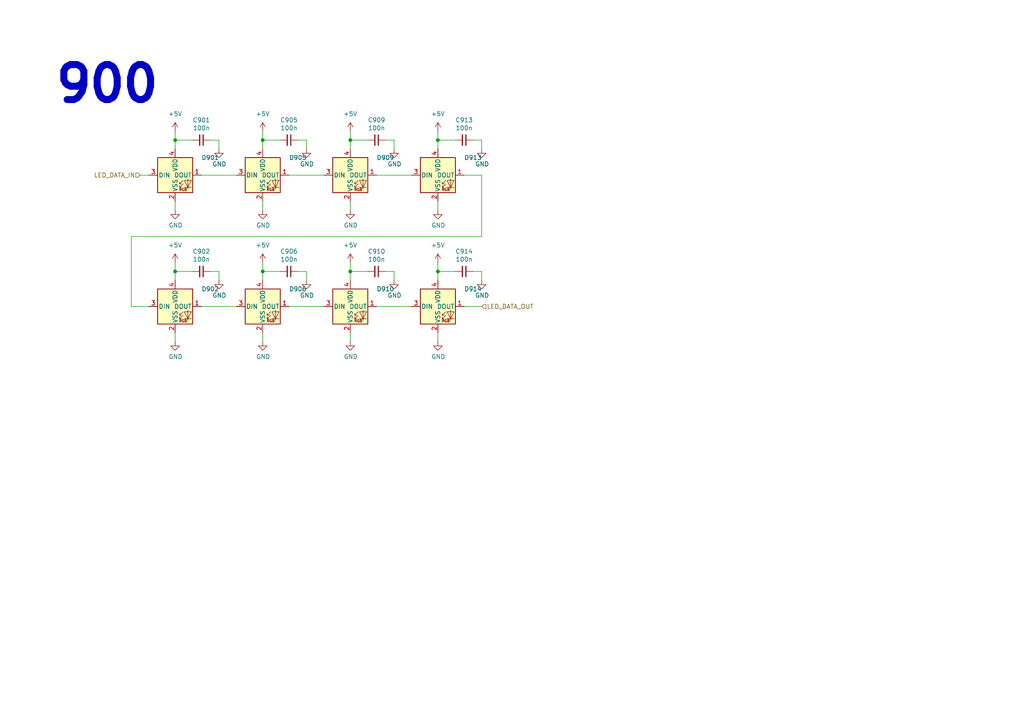
<source format=kicad_sch>
(kicad_sch (version 20231120) (generator "eeschema") (generator_version "8.0")
  (paper "A4")
  (lib_symbols
    (symbol "power:+5V" (power) (pin_names (offset 0))
      (property "Value" "+5V" (at 0 3.556 0))
      (symbol "+5V_0_1"
        (polyline (pts (xy -0.762 1.27) (xy 0 2.54)))
        (polyline (pts (xy 0 0) (xy 0 2.54)))
        (polyline (pts (xy 0 2.54) (xy 0.762 1.27)))
      )
      (symbol "+5V_1_1"
        (pin power_in line (at 0 0 90) (length 0) hide (name "+5V") (number "1"))
      )
    )
    (symbol "power:GND" (power) (pin_names (offset 0))
      (property "Value" "GND" (at 0 -3.81 0))
      (symbol "GND_0_1"
        (polyline (pts (xy 0 0) (xy 0 -1.27) (xy 1.27 -1.27) (xy 0 -2.54) (xy -1.27 -1.27) (xy 0 -1.27)))
      )
      (symbol "GND_1_1"
        (pin power_in line (at 0 0 270) (length 0) hide (name "GND") (number "1"))
      )
    )
    (symbol "suku_basics:CAP" (pin_numbers hide) (pin_names (offset 0.254) hide)
      (property "Reference" "C" (at 0.254 1.778 0))
      (property "Value" "CAP" (at 0.254 -2.032 0))
      (symbol "CAP_0_1"
        (polyline (pts (xy -1.524 -0.508) (xy 1.524 -0.508)) (stroke (width 0.3302)))
        (polyline (pts (xy -1.524 0.508) (xy 1.524 0.508)) (stroke (width 0.3048)))
      )
      (symbol "CAP_1_1"
        (pin passive line (at 0 2.54 270) (length 2.032) (name "~") (number "1"))
        (pin passive line (at 0 -2.54 90) (length 2.032) (name "~") (number "2"))
      )
    )
    (symbol "suku_basics:UI_WS2812C-2020" (pin_names (offset 0.254))
      (property "Reference" "D" (at 5.08 5.715 0))
      (property "Value" "UI_WS2812C-2020" (at 1.27 -5.715 0))
      (symbol "UI_WS2812C-2020_0_0"
        (text "RGB" (at 2.286 -4.191 0) (effects (font (size 0.762 0.762))))
      )
      (symbol "UI_WS2812C-2020_0_1"
        (polyline (pts (xy 1.27 -3.556) (xy 1.778 -3.556)))
        (polyline (pts (xy 1.27 -2.54) (xy 1.778 -2.54)))
        (polyline (pts (xy 4.699 -3.556) (xy 2.667 -3.556)))
        (polyline (pts (xy 2.286 -2.54) (xy 1.27 -3.556) (xy 1.27 -3.048)))
        (polyline (pts (xy 2.286 -1.524) (xy 1.27 -2.54) (xy 1.27 -2.032)))
        (polyline (pts (xy 3.683 -1.016) (xy 3.683 -3.556) (xy 3.683 -4.064)))
        (polyline (pts (xy 4.699 -1.524) (xy 2.667 -1.524) (xy 3.683 -3.556) (xy 4.699 -1.524)))
        (rectangle (start 5.08 5.08) (end -5.08 -5.08) (stroke (width 0.254)) (fill (type background)))
      )
      (symbol "UI_WS2812C-2020_1_1"
        (pin output line (at 7.62 0 180) (length 2.54) (name "DOUT") (number "1"))
        (pin power_in line (at 0 -7.62 90) (length 2.54) (name "VSS") (number "2"))
        (pin input line (at -7.62 0 0) (length 2.54) (name "DIN") (number "3"))
        (pin power_in line (at 0 7.62 270) (length 2.54) (name "VDD") (number "4"))
      )
    )
  )
  (junction (at 127 40.64))
  (junction (at 76.2 78.74))
  (junction (at 101.6 78.74))
  (junction (at 50.8 40.64))
  (junction (at 127 78.74))
  (junction (at 101.6 40.64))
  (junction (at 50.8 78.74))
  (junction (at 76.2 40.64))
  (wire (pts (xy 81.28 40.64) (xy 76.2 40.64)))
  (wire (pts (xy 127 81.28) (xy 127 78.74)))
  (wire (pts (xy 114.3 40.64) (xy 111.76 40.64)))
  (wire (pts (xy 114.3 78.74) (xy 111.76 78.74)))
  (wire (pts (xy 63.5 78.74) (xy 60.96 78.74)))
  (wire (pts (xy 63.5 81.28) (xy 63.5 78.74)))
  (wire (pts (xy 50.8 40.64) (xy 50.8 38.1)))
  (wire (pts (xy 76.2 60.96) (xy 76.2 58.42)))
  (wire (pts (xy 50.8 60.96) (xy 50.8 58.42)))
  (wire (pts (xy 38.1 68.58) (xy 38.1 88.9)))
  (wire (pts (xy 76.2 40.64) (xy 76.2 38.1)))
  (wire (pts (xy 63.5 40.64) (xy 60.96 40.64)))
  (wire (pts (xy 127 78.74) (xy 127 76.2)))
  (wire (pts (xy 114.3 43.18) (xy 114.3 40.64)))
  (wire (pts (xy 63.5 43.18) (xy 63.5 40.64)))
  (wire (pts (xy 76.2 76.2) (xy 76.2 78.74)))
  (wire (pts (xy 101.6 43.18) (xy 101.6 40.64)))
  (wire (pts (xy 50.8 81.28) (xy 50.8 78.74)))
  (wire (pts (xy 127 60.96) (xy 127 58.42)))
  (wire (pts (xy 88.9 43.18) (xy 88.9 40.64)))
  (wire (pts (xy 132.08 78.74) (xy 127 78.74)))
  (wire (pts (xy 38.1 88.9) (xy 43.18 88.9)))
  (wire (pts (xy 76.2 99.06) (xy 76.2 96.52)))
  (wire (pts (xy 101.6 99.06) (xy 101.6 96.52)))
  (wire (pts (xy 40.64 50.8) (xy 43.18 50.8)))
  (wire (pts (xy 127 43.18) (xy 127 40.64)))
  (wire (pts (xy 50.8 43.18) (xy 50.8 40.64)))
  (wire (pts (xy 58.42 88.9) (xy 68.58 88.9)))
  (wire (pts (xy 81.28 78.74) (xy 76.2 78.74)))
  (wire (pts (xy 127 40.64) (xy 127 38.1)))
  (wire (pts (xy 58.42 50.8) (xy 68.58 50.8)))
  (wire (pts (xy 50.8 78.74) (xy 55.88 78.74)))
  (wire (pts (xy 109.22 50.8) (xy 119.38 50.8)))
  (wire (pts (xy 106.68 78.74) (xy 101.6 78.74)))
  (wire (pts (xy 134.62 88.9) (xy 139.7 88.9)))
  (wire (pts (xy 114.3 81.28) (xy 114.3 78.74)))
  (wire (pts (xy 83.82 88.9) (xy 93.98 88.9)))
  (wire (pts (xy 101.6 81.28) (xy 101.6 78.74)))
  (wire (pts (xy 88.9 81.28) (xy 88.9 78.74)))
  (wire (pts (xy 139.7 43.18) (xy 139.7 40.64)))
  (wire (pts (xy 127 99.06) (xy 127 96.52)))
  (wire (pts (xy 101.6 40.64) (xy 101.6 38.1)))
  (wire (pts (xy 88.9 40.64) (xy 86.36 40.64)))
  (wire (pts (xy 139.7 50.8) (xy 139.7 68.58)))
  (wire (pts (xy 101.6 78.74) (xy 101.6 76.2)))
  (wire (pts (xy 139.7 40.64) (xy 137.16 40.64)))
  (wire (pts (xy 134.62 50.8) (xy 139.7 50.8)))
  (wire (pts (xy 106.68 40.64) (xy 101.6 40.64)))
  (wire (pts (xy 101.6 60.96) (xy 101.6 58.42)))
  (wire (pts (xy 132.08 40.64) (xy 127 40.64)))
  (wire (pts (xy 139.7 78.74) (xy 137.16 78.74)))
  (wire (pts (xy 76.2 43.18) (xy 76.2 40.64)))
  (wire (pts (xy 76.2 81.28) (xy 76.2 78.74)))
  (wire (pts (xy 50.8 78.74) (xy 50.8 76.2)))
  (wire (pts (xy 109.22 88.9) (xy 119.38 88.9)))
  (wire (pts (xy 139.7 68.58) (xy 38.1 68.58)))
  (wire (pts (xy 50.8 99.06) (xy 50.8 96.52)))
  (wire (pts (xy 83.82 50.8) (xy 93.98 50.8)))
  (wire (pts (xy 139.7 81.28) (xy 139.7 78.74)))
  (wire (pts (xy 88.9 78.74) (xy 86.36 78.74)))
  (wire (pts (xy 50.8 40.64) (xy 55.88 40.64)))
  (text "900" (at 15.24 30.48 0) (effects (font (size 10.16 10.16) (thickness 2.032) (bold yes)) (justify left bottom)))
  (hierarchical_label "LED_DATA_OUT" (shape input) (at 139.7 88.9 0))
  (hierarchical_label "LED_DATA_IN" (shape input) (at 40.64 50.8 180))
  (symbol (lib_id "suku_basics:UI_WS2812C-2020") (at 50.8 50.8 0) (unit 1)
    (property "Reference" "D901" (at 58.42 45.72 0) (effects (justify left)))
    (property "Value" "WS2812C-2020" (effects (hide yes)))
    (property "Footprint" "suku_basics:UI_WS2812C-2020" (effects (hide yes)))
  )
  (symbol (lib_id "power:GND") (at 50.8 60.96 0) (unit 1)
    (property "Reference" "#PWR0931" (effects (hide yes)))
    (property "Value" "GND" (at 50.927 65.3542 0))
  )
  (symbol (lib_id "suku_basics:UI_WS2812C-2020") (at 76.2 50.8 0) (unit 1)
    (property "Reference" "D905" (at 83.82 45.72 0) (effects (justify left)))
    (property "Value" "WS2812C-2020" (effects (hide yes)))
    (property "Footprint" "suku_basics:UI_WS2812C-2020" (effects (hide yes)))
  )
  (symbol (lib_id "power:GND") (at 76.2 60.96 0) (unit 1)
    (property "Reference" "#PWR0945" (effects (hide yes)))
    (property "Value" "GND" (at 76.327 65.3542 0))
  )
  (symbol (lib_id "suku_basics:UI_WS2812C-2020") (at 101.6 50.8 0) (unit 1)
    (property "Reference" "D909" (at 109.22 45.72 0) (effects (justify left)))
    (property "Value" "WS2812C-2020" (effects (hide yes)))
    (property "Footprint" "suku_basics:UI_WS2812C-2020" (effects (hide yes)))
  )
  (symbol (lib_id "power:GND") (at 101.6 60.96 0) (unit 1)
    (property "Reference" "#PWR0957" (effects (hide yes)))
    (property "Value" "GND" (at 101.727 65.3542 0))
  )
  (symbol (lib_id "suku_basics:UI_WS2812C-2020") (at 127 50.8 0) (unit 1)
    (property "Reference" "D913" (at 134.62 45.72 0) (effects (justify left)))
    (property "Value" "WS2812C-2020" (effects (hide yes)))
    (property "Footprint" "suku_basics:UI_WS2812C-2020" (effects (hide yes)))
  )
  (symbol (lib_id "power:GND") (at 127 60.96 0) (unit 1)
    (property "Reference" "#PWR0969" (effects (hide yes)))
    (property "Value" "GND" (at 127.127 65.3542 0))
  )
  (symbol (lib_id "suku_basics:CAP") (at 58.42 40.64 270) (unit 1)
    (property "Reference" "C901" (at 58.42 34.8234 90))
    (property "Value" "100n" (at 58.42 37.1348 90))
    (property "Footprint" "suku_basics:CAP_0402" (effects (hide yes)))
  )
  (symbol (lib_id "power:GND") (at 63.5 43.18 0) (unit 1)
    (property "Reference" "#PWR0938" (effects (hide yes)))
    (property "Value" "GND" (at 63.627 47.5742 0))
  )
  (symbol (lib_id "suku_basics:CAP") (at 83.82 40.64 270) (unit 1)
    (property "Reference" "C905" (at 83.82 34.8234 90))
    (property "Value" "100n" (at 83.82 37.1348 90))
    (property "Footprint" "suku_basics:CAP_0402" (effects (hide yes)))
  )
  (symbol (lib_id "power:GND") (at 88.9 43.18 0) (unit 1)
    (property "Reference" "#PWR0952" (effects (hide yes)))
    (property "Value" "GND" (at 89.027 47.5742 0))
  )
  (symbol (lib_id "suku_basics:CAP") (at 109.22 40.64 270) (unit 1)
    (property "Reference" "C909" (at 109.22 34.8234 90))
    (property "Value" "100n" (at 109.22 37.1348 90))
    (property "Footprint" "suku_basics:CAP_0402" (effects (hide yes)))
  )
  (symbol (lib_id "power:GND") (at 114.3 43.18 0) (unit 1)
    (property "Reference" "#PWR0964" (effects (hide yes)))
    (property "Value" "GND" (at 114.427 47.5742 0))
  )
  (symbol (lib_id "suku_basics:CAP") (at 134.62 40.64 270) (unit 1)
    (property "Reference" "C913" (at 134.62 34.8234 90))
    (property "Value" "100n" (at 134.62 37.1348 90))
    (property "Footprint" "suku_basics:CAP_0402" (effects (hide yes)))
  )
  (symbol (lib_id "power:GND") (at 139.7 43.18 0) (unit 1)
    (property "Reference" "#PWR0976" (effects (hide yes)))
    (property "Value" "GND" (at 139.827 47.5742 0))
  )
  (symbol (lib_id "suku_basics:UI_WS2812C-2020") (at 50.8 88.9 0) (unit 1)
    (property "Reference" "D902" (at 58.42 83.82 0) (effects (justify left)))
    (property "Value" "WS2812C-2020" (effects (hide yes)))
    (property "Footprint" "suku_basics:UI_WS2812C-2020" (effects (hide yes)))
  )
  (symbol (lib_id "power:GND") (at 50.8 99.06 0) (unit 1)
    (property "Reference" "#PWR0933" (effects (hide yes)))
    (property "Value" "GND" (at 50.927 103.4542 0))
  )
  (symbol (lib_id "suku_basics:UI_WS2812C-2020") (at 76.2 88.9 0) (unit 1)
    (property "Reference" "D906" (at 83.82 83.82 0) (effects (justify left)))
    (property "Value" "WS2812C-2020" (effects (hide yes)))
    (property "Footprint" "suku_basics:UI_WS2812C-2020" (effects (hide yes)))
  )
  (symbol (lib_id "power:GND") (at 76.2 99.06 0) (unit 1)
    (property "Reference" "#PWR0947" (effects (hide yes)))
    (property "Value" "GND" (at 76.327 103.4542 0))
  )
  (symbol (lib_id "suku_basics:UI_WS2812C-2020") (at 101.6 88.9 0) (unit 1)
    (property "Reference" "D910" (at 109.22 83.82 0) (effects (justify left)))
    (property "Value" "WS2812C-2020" (effects (hide yes)))
    (property "Footprint" "suku_basics:UI_WS2812C-2020" (effects (hide yes)))
  )
  (symbol (lib_id "power:GND") (at 101.6 99.06 0) (unit 1)
    (property "Reference" "#PWR0959" (effects (hide yes)))
    (property "Value" "GND" (at 101.727 103.4542 0))
  )
  (symbol (lib_id "suku_basics:UI_WS2812C-2020") (at 127 88.9 0) (unit 1)
    (property "Reference" "D914" (at 134.62 83.82 0) (effects (justify left)))
    (property "Value" "WS2812C-2020" (effects (hide yes)))
    (property "Footprint" "suku_basics:UI_WS2812C-2020" (effects (hide yes)))
  )
  (symbol (lib_id "power:GND") (at 127 99.06 0) (unit 1)
    (property "Reference" "#PWR0971" (effects (hide yes)))
    (property "Value" "GND" (at 127.127 103.4542 0))
  )
  (symbol (lib_id "suku_basics:CAP") (at 58.42 78.74 270) (unit 1)
    (property "Reference" "C902" (at 58.42 72.9234 90))
    (property "Value" "100n" (at 58.42 75.2348 90))
    (property "Footprint" "suku_basics:CAP_0402" (effects (hide yes)))
  )
  (symbol (lib_id "power:GND") (at 63.5 81.28 0) (unit 1)
    (property "Reference" "#PWR0939" (effects (hide yes)))
    (property "Value" "GND" (at 63.627 85.6742 0))
  )
  (symbol (lib_id "suku_basics:CAP") (at 83.82 78.74 270) (unit 1)
    (property "Reference" "C906" (at 83.82 72.9234 90))
    (property "Value" "100n" (at 83.82 75.2348 90))
    (property "Footprint" "suku_basics:CAP_0402" (effects (hide yes)))
  )
  (symbol (lib_id "power:GND") (at 88.9 81.28 0) (unit 1)
    (property "Reference" "#PWR0953" (effects (hide yes)))
    (property "Value" "GND" (at 89.027 85.6742 0))
  )
  (symbol (lib_id "suku_basics:CAP") (at 109.22 78.74 270) (unit 1)
    (property "Reference" "C910" (at 109.22 72.9234 90))
    (property "Value" "100n" (at 109.22 75.2348 90))
    (property "Footprint" "suku_basics:CAP_0402" (effects (hide yes)))
  )
  (symbol (lib_id "power:GND") (at 114.3 81.28 0) (unit 1)
    (property "Reference" "#PWR0965" (effects (hide yes)))
    (property "Value" "GND" (at 114.427 85.6742 0))
  )
  (symbol (lib_id "suku_basics:CAP") (at 134.62 78.74 270) (unit 1)
    (property "Reference" "C914" (at 134.62 72.9234 90))
    (property "Value" "100n" (at 134.62 75.2348 90))
    (property "Footprint" "suku_basics:CAP_0402" (effects (hide yes)))
  )
  (symbol (lib_id "power:GND") (at 139.7 81.28 0) (unit 1)
    (property "Reference" "#PWR0977" (effects (hide yes)))
    (property "Value" "GND" (at 139.827 85.6742 0))
  )
  (symbol (lib_id "power:+5V") (at 76.2 38.1 0) (unit 1)
    (property "Reference" "#PWR0944" (effects (hide yes)))
    (property "Value" "+5V" (at 76.2 33.02 0))
  )
  (symbol (lib_id "power:+5V") (at 127 38.1 0) (unit 1)
    (property "Reference" "#PWR0968" (effects (hide yes)))
    (property "Value" "+5V" (at 127 33.02 0))
  )
  (symbol (lib_id "power:+5V") (at 127 76.2 0) (unit 1)
    (property "Reference" "#PWR0970" (effects (hide yes)))
    (property "Value" "+5V" (at 127 71.12 0))
  )
  (symbol (lib_id "power:+5V") (at 101.6 76.2 0) (unit 1)
    (property "Reference" "#PWR0958" (effects (hide yes)))
    (property "Value" "+5V" (at 101.6 71.12 0))
  )
  (symbol (lib_id "power:+5V") (at 50.8 76.2 0) (unit 1)
    (property "Reference" "#PWR0932" (effects (hide yes)))
    (property "Value" "+5V" (at 50.8 71.12 0))
  )
  (symbol (lib_id "power:+5V") (at 50.8 38.1 0) (unit 1)
    (property "Reference" "#PWR0930" (effects (hide yes)))
    (property "Value" "+5V" (at 50.8 33.02 0))
  )
  (symbol (lib_id "power:+5V") (at 76.2 76.2 0) (unit 1)
    (property "Reference" "#PWR0946" (effects (hide yes)))
    (property "Value" "+5V" (at 76.2 71.12 0))
  )
  (symbol (lib_id "power:+5V") (at 101.6 38.1 0) (unit 1)
    (property "Reference" "#PWR0956" (effects (hide yes)))
    (property "Value" "+5V" (at 101.6 33.02 0))
  )
)
</source>
